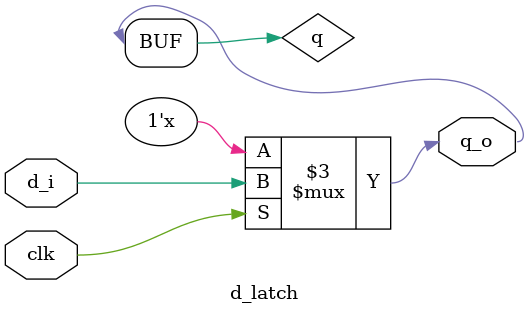
<source format=v>
module d_latch (
input   d_i,
input   clk,
output  q_o 
);

reg  q;

always @(d_i, clk) begin
    if (clk == 1'b1) begin
        q   <= d_i; // <= non-blocking assignment
    end
end
    
assign  q_o = q; //continuous assignment

endmodule
</source>
